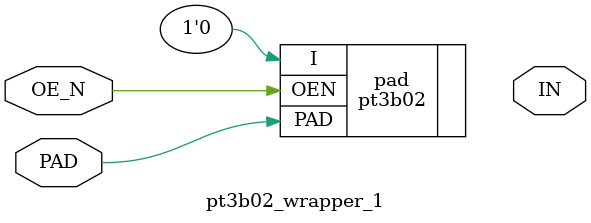
<source format=v>

`ifndef PT3B02_WRAPPER_V
`define PT3B02_WRAPPER_V


module pt3b02_wrapper_0 ( IN, PAD, OE_N );
  input OE_N;
  output IN;
  inout PAD;

  tri   PAD;

  pt3b02 pad ( .I(1'b0), .OEN(OE_N), .PAD(PAD) );
endmodule
module pt3b02_wrapper_1 ( IN, PAD, OE_N );
  input OE_N;
  output IN;
  inout PAD;

  tri   PAD;

  pt3b02 pad ( .I(1'b0), .OEN(OE_N), .PAD(PAD) );
endmodule
`endif


</source>
